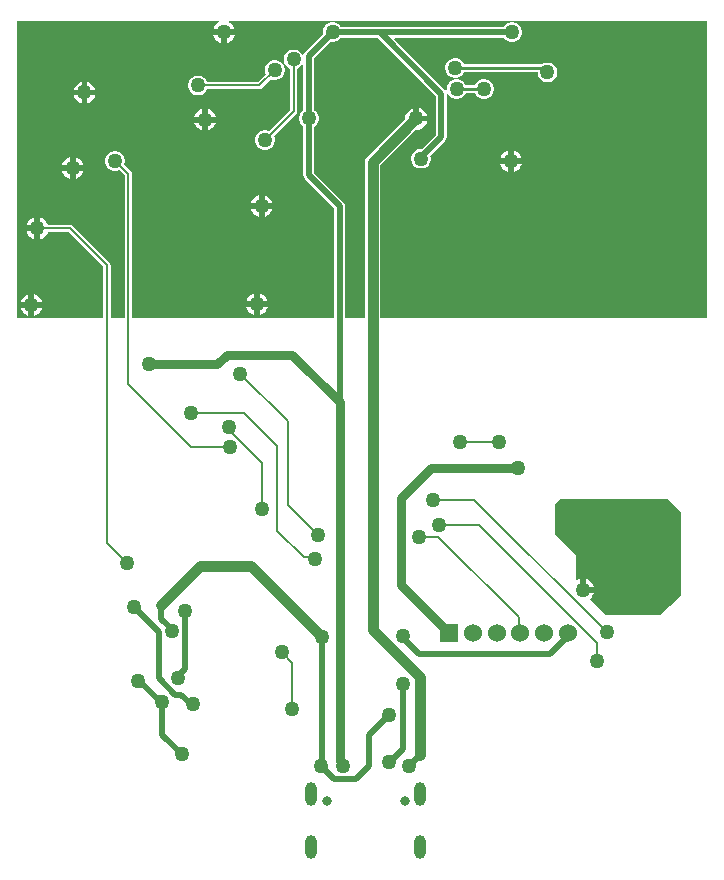
<source format=gbl>
G04*
G04 #@! TF.GenerationSoftware,Altium Limited,Altium Designer,21.8.1 (53)*
G04*
G04 Layer_Physical_Order=2*
G04 Layer_Color=16711680*
%FSAX44Y44*%
%MOMM*%
G71*
G04*
G04 #@! TF.SameCoordinates,0725768F-C869-4972-A66A-B8F163A3073F*
G04*
G04*
G04 #@! TF.FilePolarity,Positive*
G04*
G01*
G75*
%ADD10C,0.2000*%
%ADD13C,0.2540*%
%ADD60C,0.5000*%
%ADD61C,0.9000*%
%ADD62C,0.8000*%
%ADD64C,0.8000*%
%ADD65O,1.0000X2.0000*%
%ADD66R,1.5240X1.5240*%
%ADD67C,1.5240*%
%ADD68C,1.2700*%
G36*
X00591931Y00469000D02*
X00315556D01*
Y00598284D01*
X00345922Y00628650D01*
X00347231D01*
X00349609Y00629287D01*
X00351741Y00630518D01*
X00353482Y00632259D01*
X00354713Y00634391D01*
X00355010Y00635500D01*
X00346000D01*
Y00638000D01*
X00343500D01*
Y00647010D01*
X00342391Y00646713D01*
X00340259Y00645482D01*
X00338518Y00643741D01*
X00337287Y00641609D01*
X00336650Y00639231D01*
Y00637922D01*
X00304364Y00605636D01*
X00303322Y00604278D01*
X00302667Y00602697D01*
X00302444Y00601000D01*
Y00469000D01*
X00285588D01*
Y00564000D01*
X00285239Y00565756D01*
X00284244Y00567244D01*
X00259588Y00591900D01*
Y00631007D01*
X00260127Y00631318D01*
X00261682Y00632873D01*
X00262781Y00634777D01*
X00263350Y00636901D01*
Y00639099D01*
X00262781Y00641223D01*
X00261682Y00643127D01*
X00260127Y00644682D01*
X00259588Y00644993D01*
Y00689100D01*
X00273300Y00702811D01*
X00273901Y00702650D01*
X00276099D01*
X00278223Y00703219D01*
X00280127Y00704318D01*
X00281682Y00705873D01*
X00281993Y00706412D01*
X00313100D01*
X00362412Y00657100D01*
Y00624023D01*
X00350739Y00612350D01*
X00348901D01*
X00346777Y00611781D01*
X00344873Y00610682D01*
X00343318Y00609127D01*
X00342219Y00607223D01*
X00341650Y00605099D01*
Y00602901D01*
X00342219Y00600777D01*
X00343318Y00598873D01*
X00344873Y00597318D01*
X00346777Y00596219D01*
X00348901Y00595650D01*
X00351099D01*
X00353223Y00596219D01*
X00355127Y00597318D01*
X00356682Y00598873D01*
X00357781Y00600777D01*
X00358350Y00602901D01*
Y00605099D01*
X00357952Y00606586D01*
X00370244Y00618878D01*
X00371239Y00620367D01*
X00371588Y00622122D01*
Y00658330D01*
X00372858Y00658670D01*
X00373318Y00657873D01*
X00374873Y00656318D01*
X00376777Y00655219D01*
X00378901Y00654650D01*
X00381099D01*
X00383223Y00655219D01*
X00385127Y00656318D01*
X00386682Y00657873D01*
X00387717Y00659666D01*
X00395283D01*
X00396318Y00657873D01*
X00397873Y00656318D01*
X00399777Y00655219D01*
X00401901Y00654650D01*
X00404099D01*
X00406223Y00655219D01*
X00408127Y00656318D01*
X00409682Y00657873D01*
X00410781Y00659777D01*
X00411350Y00661901D01*
Y00664099D01*
X00410781Y00666223D01*
X00409682Y00668127D01*
X00408127Y00669682D01*
X00406223Y00670781D01*
X00404099Y00671350D01*
X00401901D01*
X00399777Y00670781D01*
X00397873Y00669682D01*
X00396318Y00668127D01*
X00395283Y00666334D01*
X00387717D01*
X00386682Y00668127D01*
X00385127Y00669682D01*
X00383223Y00670781D01*
X00381099Y00671350D01*
X00378901D01*
X00376777Y00670781D01*
X00374873Y00669682D01*
X00373318Y00668127D01*
X00372219Y00666223D01*
X00371650Y00664099D01*
Y00662427D01*
X00370380Y00662041D01*
X00370244Y00662244D01*
X00327250Y00705238D01*
X00327736Y00706412D01*
X00420007D01*
X00420318Y00705873D01*
X00421873Y00704318D01*
X00423777Y00703219D01*
X00425901Y00702650D01*
X00428099D01*
X00430223Y00703219D01*
X00432127Y00704318D01*
X00433682Y00705873D01*
X00434781Y00707777D01*
X00435350Y00709901D01*
Y00712099D01*
X00434781Y00714223D01*
X00433682Y00716127D01*
X00432127Y00717682D01*
X00430223Y00718781D01*
X00428099Y00719350D01*
X00425901D01*
X00423777Y00718781D01*
X00421873Y00717682D01*
X00420318Y00716127D01*
X00420007Y00715588D01*
X00281993D01*
X00281682Y00716127D01*
X00280127Y00717682D01*
X00278223Y00718781D01*
X00276099Y00719350D01*
X00273901D01*
X00271777Y00718781D01*
X00269873Y00717682D01*
X00268318Y00716127D01*
X00267219Y00714223D01*
X00266650Y00712099D01*
Y00709901D01*
X00266811Y00709300D01*
X00251756Y00694244D01*
X00250761Y00692756D01*
X00250659Y00692242D01*
X00249320Y00692021D01*
X00248682Y00693127D01*
X00247127Y00694682D01*
X00245223Y00695781D01*
X00243099Y00696350D01*
X00240901D01*
X00238777Y00695781D01*
X00236873Y00694682D01*
X00235318Y00693127D01*
X00234219Y00691223D01*
X00233650Y00689099D01*
Y00686901D01*
X00234219Y00684777D01*
X00235318Y00682873D01*
X00236873Y00681318D01*
X00238777Y00680219D01*
X00238941Y00680175D01*
Y00645267D01*
X00221341Y00627667D01*
X00221223Y00627735D01*
X00219099Y00628304D01*
X00216901D01*
X00214777Y00627735D01*
X00212873Y00626636D01*
X00211318Y00625081D01*
X00210219Y00623177D01*
X00209650Y00621054D01*
Y00618855D01*
X00210219Y00616731D01*
X00211318Y00614827D01*
X00212873Y00613273D01*
X00214777Y00612174D01*
X00216901Y00611604D01*
X00219099D01*
X00221223Y00612174D01*
X00223127Y00613273D01*
X00224682Y00614827D01*
X00225781Y00616731D01*
X00226350Y00618855D01*
Y00621054D01*
X00225781Y00623177D01*
X00225679Y00623354D01*
X00244163Y00641837D01*
X00244826Y00642829D01*
X00245059Y00644000D01*
X00245059Y00644000D01*
Y00680175D01*
X00245223Y00680219D01*
X00247127Y00681318D01*
X00248682Y00682873D01*
X00249142Y00683670D01*
X00250412Y00683330D01*
Y00644993D01*
X00249873Y00644682D01*
X00248318Y00643127D01*
X00247219Y00641223D01*
X00246650Y00639099D01*
Y00636901D01*
X00247219Y00634777D01*
X00248318Y00632873D01*
X00249873Y00631318D01*
X00250412Y00631007D01*
Y00590000D01*
X00250761Y00588244D01*
X00251756Y00586756D01*
X00276412Y00562099D01*
Y00469000D01*
X00105059D01*
Y00591000D01*
X00105059Y00591000D01*
X00104826Y00592170D01*
X00104163Y00593163D01*
X00098696Y00598630D01*
X00098781Y00598777D01*
X00099350Y00600901D01*
Y00603099D01*
X00098781Y00605223D01*
X00097682Y00607127D01*
X00096127Y00608682D01*
X00094223Y00609781D01*
X00092099Y00610350D01*
X00089901D01*
X00087777Y00609781D01*
X00085873Y00608682D01*
X00084318Y00607127D01*
X00083219Y00605223D01*
X00082650Y00603099D01*
Y00600901D01*
X00083219Y00598777D01*
X00084318Y00596873D01*
X00085873Y00595318D01*
X00087777Y00594219D01*
X00089901Y00593650D01*
X00092099D01*
X00094223Y00594219D01*
X00094370Y00594304D01*
X00098941Y00589733D01*
Y00469000D01*
X00087059D01*
Y00514000D01*
X00087059Y00514000D01*
X00086826Y00515171D01*
X00086163Y00516163D01*
X00055163Y00547163D01*
X00054170Y00547826D01*
X00053000Y00548059D01*
X00053000Y00548059D01*
X00033860D01*
X00033713Y00548609D01*
X00032482Y00550741D01*
X00030741Y00552482D01*
X00028609Y00553713D01*
X00027500Y00554010D01*
Y00545000D01*
Y00535990D01*
X00028609Y00536287D01*
X00030741Y00537518D01*
X00032482Y00539259D01*
X00033713Y00541391D01*
X00033860Y00541941D01*
X00051733D01*
X00080941Y00512733D01*
Y00469000D01*
X00008069D01*
Y00720931D01*
X00178712D01*
X00179334Y00719778D01*
X00179301Y00719661D01*
X00177259Y00718482D01*
X00175518Y00716741D01*
X00174287Y00714609D01*
X00173990Y00713500D01*
X00192010D01*
X00191713Y00714609D01*
X00190482Y00716741D01*
X00188741Y00718482D01*
X00186699Y00719661D01*
X00186666Y00719778D01*
X00187288Y00720931D01*
X00591931D01*
Y00469000D01*
D02*
G37*
G36*
X00570000Y00305000D02*
Y00234000D01*
X00552000Y00218000D01*
X00506000D01*
X00492711Y00231289D01*
X00492741Y00231518D01*
X00494482Y00233259D01*
X00495713Y00235391D01*
X00496010Y00236500D01*
X00487000D01*
Y00239000D01*
X00484500D01*
Y00248010D01*
X00483391Y00247713D01*
X00482270Y00247066D01*
X00481000Y00247799D01*
Y00268000D01*
X00463000Y00286000D01*
Y00311000D01*
X00468000Y00316000D01*
X00559000D01*
X00570000Y00305000D01*
D02*
G37*
%LPC*%
G36*
X00192010Y00708500D02*
X00185500D01*
Y00701990D01*
X00186609Y00702287D01*
X00188741Y00703518D01*
X00190482Y00705259D01*
X00191713Y00707391D01*
X00192010Y00708500D01*
D02*
G37*
G36*
X00180500D02*
X00173990D01*
X00174287Y00707391D01*
X00175518Y00705259D01*
X00177259Y00703518D01*
X00179391Y00702287D01*
X00180500Y00701990D01*
Y00708500D01*
D02*
G37*
G36*
X00227099Y00687350D02*
X00224901D01*
X00222777Y00686781D01*
X00220873Y00685682D01*
X00219318Y00684127D01*
X00218219Y00682223D01*
X00217650Y00680099D01*
Y00677901D01*
X00218219Y00675777D01*
X00218304Y00675630D01*
X00211733Y00669059D01*
X00168825D01*
X00168781Y00669223D01*
X00167682Y00671127D01*
X00166127Y00672682D01*
X00164223Y00673781D01*
X00162099Y00674350D01*
X00159901D01*
X00157777Y00673781D01*
X00155873Y00672682D01*
X00154318Y00671127D01*
X00153219Y00669223D01*
X00152650Y00667099D01*
Y00664901D01*
X00153219Y00662777D01*
X00154318Y00660873D01*
X00155873Y00659318D01*
X00157777Y00658219D01*
X00159901Y00657650D01*
X00162099D01*
X00164223Y00658219D01*
X00166127Y00659318D01*
X00167682Y00660873D01*
X00168781Y00662777D01*
X00168825Y00662941D01*
X00213000D01*
X00213000Y00662941D01*
X00214170Y00663174D01*
X00215163Y00663837D01*
X00222630Y00671304D01*
X00222777Y00671219D01*
X00224901Y00670650D01*
X00227099D01*
X00229223Y00671219D01*
X00231127Y00672318D01*
X00232682Y00673873D01*
X00233781Y00675777D01*
X00234350Y00677901D01*
Y00680099D01*
X00233781Y00682223D01*
X00232682Y00684127D01*
X00231127Y00685682D01*
X00229223Y00686781D01*
X00227099Y00687350D01*
D02*
G37*
G36*
X00380099Y00689350D02*
X00377901D01*
X00375777Y00688781D01*
X00373873Y00687682D01*
X00372318Y00686127D01*
X00371219Y00684223D01*
X00370650Y00682099D01*
Y00679901D01*
X00371219Y00677777D01*
X00372318Y00675873D01*
X00373873Y00674318D01*
X00375777Y00673219D01*
X00377901Y00672650D01*
X00380099D01*
X00382223Y00673219D01*
X00384127Y00674318D01*
X00385682Y00675873D01*
X00386717Y00677666D01*
X00448650D01*
Y00675901D01*
X00449219Y00673777D01*
X00450318Y00671873D01*
X00451873Y00670318D01*
X00453777Y00669219D01*
X00455901Y00668650D01*
X00458099D01*
X00460223Y00669219D01*
X00462127Y00670318D01*
X00463682Y00671873D01*
X00464781Y00673777D01*
X00465350Y00675901D01*
Y00678099D01*
X00464781Y00680223D01*
X00463682Y00682127D01*
X00462127Y00683682D01*
X00460223Y00684781D01*
X00458099Y00685350D01*
X00455901D01*
X00453777Y00684781D01*
X00452007Y00683759D01*
X00451527Y00684080D01*
X00450251Y00684334D01*
X00386717D01*
X00385682Y00686127D01*
X00384127Y00687682D01*
X00382223Y00688781D01*
X00380099Y00689350D01*
D02*
G37*
G36*
X00067500Y00669010D02*
Y00662500D01*
X00074010D01*
X00073713Y00663609D01*
X00072482Y00665741D01*
X00070741Y00667482D01*
X00068609Y00668713D01*
X00067500Y00669010D01*
D02*
G37*
G36*
X00062500D02*
X00061391Y00668713D01*
X00059259Y00667482D01*
X00057518Y00665741D01*
X00056287Y00663609D01*
X00055990Y00662500D01*
X00062500D01*
Y00669010D01*
D02*
G37*
G36*
X00074010Y00657500D02*
X00067500D01*
Y00650990D01*
X00068609Y00651287D01*
X00070741Y00652518D01*
X00072482Y00654259D01*
X00073713Y00656391D01*
X00074010Y00657500D01*
D02*
G37*
G36*
X00062500D02*
X00055990D01*
X00056287Y00656391D01*
X00057518Y00654259D01*
X00059259Y00652518D01*
X00061391Y00651287D01*
X00062500Y00650990D01*
Y00657500D01*
D02*
G37*
G36*
X00348500Y00647010D02*
Y00640500D01*
X00355010D01*
X00354713Y00641609D01*
X00353482Y00643741D01*
X00351741Y00645482D01*
X00349609Y00646713D01*
X00348500Y00647010D01*
D02*
G37*
G36*
X00169500Y00646010D02*
Y00639500D01*
X00176010D01*
X00175713Y00640609D01*
X00174482Y00642741D01*
X00172741Y00644482D01*
X00170609Y00645713D01*
X00169500Y00646010D01*
D02*
G37*
G36*
X00164500D02*
X00163391Y00645713D01*
X00161259Y00644482D01*
X00159518Y00642741D01*
X00158287Y00640609D01*
X00157990Y00639500D01*
X00164500D01*
Y00646010D01*
D02*
G37*
G36*
X00176010Y00634500D02*
X00169500D01*
Y00627990D01*
X00170609Y00628287D01*
X00172741Y00629518D01*
X00174482Y00631259D01*
X00175713Y00633391D01*
X00176010Y00634500D01*
D02*
G37*
G36*
X00164500D02*
X00157990D01*
X00158287Y00633391D01*
X00159518Y00631259D01*
X00161259Y00629518D01*
X00163391Y00628287D01*
X00164500Y00627990D01*
Y00634500D01*
D02*
G37*
G36*
X00428500Y00611010D02*
Y00604500D01*
X00435010D01*
X00434713Y00605609D01*
X00433482Y00607741D01*
X00431741Y00609482D01*
X00429609Y00610713D01*
X00428500Y00611010D01*
D02*
G37*
G36*
X00423500D02*
X00422391Y00610713D01*
X00420259Y00609482D01*
X00418518Y00607741D01*
X00417287Y00605609D01*
X00416990Y00604500D01*
X00423500D01*
Y00611010D01*
D02*
G37*
G36*
X00057500Y00605010D02*
Y00598500D01*
X00064010D01*
X00063713Y00599609D01*
X00062482Y00601741D01*
X00060741Y00603482D01*
X00058609Y00604713D01*
X00057500Y00605010D01*
D02*
G37*
G36*
X00052500D02*
X00051391Y00604713D01*
X00049259Y00603482D01*
X00047518Y00601741D01*
X00046287Y00599609D01*
X00045990Y00598500D01*
X00052500D01*
Y00605010D01*
D02*
G37*
G36*
X00435010Y00599500D02*
X00428500D01*
Y00592990D01*
X00429609Y00593287D01*
X00431741Y00594518D01*
X00433482Y00596259D01*
X00434713Y00598391D01*
X00435010Y00599500D01*
D02*
G37*
G36*
X00423500D02*
X00416990D01*
X00417287Y00598391D01*
X00418518Y00596259D01*
X00420259Y00594518D01*
X00422391Y00593287D01*
X00423500Y00592990D01*
Y00599500D01*
D02*
G37*
G36*
X00064010Y00593500D02*
X00057500D01*
Y00586990D01*
X00058609Y00587287D01*
X00060741Y00588518D01*
X00062482Y00590259D01*
X00063713Y00592391D01*
X00064010Y00593500D01*
D02*
G37*
G36*
X00052500D02*
X00045990D01*
X00046287Y00592391D01*
X00047518Y00590259D01*
X00049259Y00588518D01*
X00051391Y00587287D01*
X00052500Y00586990D01*
Y00593500D01*
D02*
G37*
G36*
X00217500Y00573010D02*
Y00566500D01*
X00224010D01*
X00223713Y00567609D01*
X00222482Y00569741D01*
X00220741Y00571482D01*
X00218609Y00572713D01*
X00217500Y00573010D01*
D02*
G37*
G36*
X00212500D02*
X00211391Y00572713D01*
X00209259Y00571482D01*
X00207518Y00569741D01*
X00206287Y00567609D01*
X00205990Y00566500D01*
X00212500D01*
Y00573010D01*
D02*
G37*
G36*
X00224010Y00561500D02*
X00217500D01*
Y00554990D01*
X00218609Y00555287D01*
X00220741Y00556518D01*
X00222482Y00558259D01*
X00223713Y00560391D01*
X00224010Y00561500D01*
D02*
G37*
G36*
X00212500D02*
X00205990D01*
X00206287Y00560391D01*
X00207518Y00558259D01*
X00209259Y00556518D01*
X00211391Y00555287D01*
X00212500Y00554990D01*
Y00561500D01*
D02*
G37*
G36*
X00022500Y00554010D02*
X00021391Y00553713D01*
X00019259Y00552482D01*
X00017518Y00550741D01*
X00016287Y00548609D01*
X00015990Y00547500D01*
X00022500D01*
Y00554010D01*
D02*
G37*
G36*
Y00542500D02*
X00015990D01*
X00016287Y00541391D01*
X00017518Y00539259D01*
X00019259Y00537518D01*
X00021391Y00536287D01*
X00022500Y00535990D01*
Y00542500D01*
D02*
G37*
G36*
X00213500Y00490010D02*
Y00483500D01*
X00220010D01*
X00219713Y00484609D01*
X00218482Y00486741D01*
X00216741Y00488482D01*
X00214609Y00489713D01*
X00213500Y00490010D01*
D02*
G37*
G36*
X00208500D02*
X00207391Y00489713D01*
X00205259Y00488482D01*
X00203518Y00486741D01*
X00202287Y00484609D01*
X00201990Y00483500D01*
X00208500D01*
Y00490010D01*
D02*
G37*
G36*
X00022500Y00489010D02*
Y00482500D01*
X00029010D01*
X00028713Y00483609D01*
X00027482Y00485741D01*
X00025741Y00487482D01*
X00023609Y00488713D01*
X00022500Y00489010D01*
D02*
G37*
G36*
X00017500D02*
X00016391Y00488713D01*
X00014259Y00487482D01*
X00012518Y00485741D01*
X00011287Y00483609D01*
X00010990Y00482500D01*
X00017500D01*
Y00489010D01*
D02*
G37*
G36*
X00220010Y00478500D02*
X00213500D01*
Y00471990D01*
X00214609Y00472287D01*
X00216741Y00473518D01*
X00218482Y00475259D01*
X00219713Y00477391D01*
X00220010Y00478500D01*
D02*
G37*
G36*
X00208500D02*
X00201990D01*
X00202287Y00477391D01*
X00203518Y00475259D01*
X00205259Y00473518D01*
X00207391Y00472287D01*
X00208500Y00471990D01*
Y00478500D01*
D02*
G37*
G36*
X00029010Y00477500D02*
X00022500D01*
Y00470990D01*
X00023609Y00471287D01*
X00025741Y00472518D01*
X00027482Y00474259D01*
X00028713Y00476391D01*
X00029010Y00477500D01*
D02*
G37*
G36*
X00017500D02*
X00010990D01*
X00011287Y00476391D01*
X00012518Y00474259D01*
X00014259Y00472518D01*
X00016391Y00471287D01*
X00017500Y00470990D01*
Y00477500D01*
D02*
G37*
G36*
X00489500Y00248010D02*
Y00241500D01*
X00496010D01*
X00495713Y00242609D01*
X00494482Y00244741D01*
X00492741Y00246482D01*
X00490609Y00247713D01*
X00489500Y00248010D01*
D02*
G37*
%LPD*%
D10*
X00499000Y00179000D02*
Y00194000D01*
X00399000Y00294000D02*
X00499000Y00194000D01*
X00187000Y00374223D02*
X00215000Y00346223D01*
X00187000Y00374223D02*
Y00377000D01*
X00155000Y00360000D02*
X00188000D01*
X00200000Y00389000D02*
X00228000Y00361000D01*
X00155000Y00389000D02*
X00200000D01*
X00215000Y00307000D02*
Y00346223D01*
X00084000Y00278825D02*
Y00514000D01*
Y00278825D02*
X00100824Y00262000D01*
X00101000D01*
X00258650Y00266350D02*
X00260000Y00265000D01*
X00237000Y00311000D02*
Y00382000D01*
Y00311000D02*
X00263000Y00285000D01*
X00250650Y00266350D02*
X00258650D01*
X00228000Y00289000D02*
X00250650Y00266350D01*
X00228000Y00289000D02*
Y00361000D01*
X00241000Y00138000D02*
Y00177000D01*
X00395000Y00315000D02*
X00507000Y00203000D01*
X00360000Y00315000D02*
X00395000D01*
X00232000Y00186000D02*
X00241000Y00177000D01*
X00383000Y00364000D02*
X00416000D01*
X00365000Y00294000D02*
X00399000D01*
X00432485Y00203515D02*
Y00215515D01*
X00364000Y00284000D02*
X00432485Y00215515D01*
X00348000Y00284000D02*
X00364000D01*
X00432485Y00203515D02*
X00434000Y00202000D01*
X00218000Y00620000D02*
X00242000Y00644000D01*
X00218000Y00619954D02*
Y00620000D01*
X00053000Y00545000D02*
X00084000Y00514000D01*
X00025000Y00545000D02*
X00053000D01*
X00102000Y00413000D02*
Y00591000D01*
X00091000Y00602000D02*
X00102000Y00591000D01*
Y00413000D02*
X00155000Y00360000D01*
X00242000Y00644000D02*
Y00688000D01*
X00161000Y00666000D02*
X00213000D01*
X00226000Y00679000D01*
X00197000Y00422000D02*
X00237000Y00382000D01*
D13*
X00380000Y00663000D02*
X00403000D01*
X00450251Y00681000D02*
X00454251Y00677000D01*
X00379000Y00681000D02*
X00450251D01*
X00454251Y00677000D02*
X00457000D01*
D60*
X00266000Y00091000D02*
Y00199000D01*
X00265000Y00090000D02*
X00266000Y00091000D01*
X00265000Y00090000D02*
X00275850Y00079150D01*
X00335000Y00104122D02*
Y00159000D01*
X00322000Y00092000D02*
X00323000Y00093000D01*
X00315000Y00711000D02*
X00367000Y00659000D01*
X00275000Y00711000D02*
X00315000D01*
X00255000Y00691000D02*
X00275000Y00711000D01*
X00255000Y00638000D02*
Y00691000D01*
Y00590000D02*
Y00638000D01*
Y00590000D02*
X00281000Y00564000D01*
Y00398000D02*
Y00564000D01*
X00335000Y00197916D02*
X00347916Y00185000D01*
X00459495D01*
X00335000Y00197916D02*
Y00200000D01*
X00131000Y00116000D02*
X00147200Y00099800D01*
X00110000Y00162000D02*
X00111373D01*
X00129627Y00143745D02*
X00131000D01*
X00111373Y00162000D02*
X00129627Y00143745D01*
X00131000Y00116000D02*
Y00142000D01*
X00367000Y00622122D02*
Y00659000D01*
X00350000Y00605122D02*
X00367000Y00622122D01*
X00130000Y00214587D02*
Y00226000D01*
X00128000Y00164000D02*
Y00203000D01*
X00107000Y00224000D02*
X00128000Y00203000D01*
X00130000Y00214587D02*
X00139000Y00205587D01*
Y00204000D02*
Y00205587D01*
X00350000Y00604000D02*
Y00605122D01*
X00459495Y00185000D02*
X00474000Y00199505D01*
Y00202000D01*
X00323878Y00093000D02*
X00335000Y00104122D01*
X00340000Y00090000D02*
X00349000Y00099000D01*
X00323000Y00093000D02*
X00323878D01*
X00141939Y00150061D02*
X00146855D01*
X00154916Y00142000D01*
X00128000Y00164000D02*
X00141939Y00150061D01*
X00154916Y00142000D02*
X00157000D01*
X00306000Y00089929D02*
Y00116000D01*
X00295221Y00079150D02*
X00306000Y00089929D01*
Y00116000D02*
X00323000Y00133000D01*
X00275850Y00079150D02*
X00295221D01*
X00150000Y00172084D02*
Y00221000D01*
X00144000Y00166084D02*
X00150000Y00172084D01*
X00144000Y00164000D02*
Y00166084D01*
X00315000Y00711000D02*
X00427000D01*
D61*
X00349000Y00099000D02*
Y00165000D01*
X00309000Y00205000D02*
Y00601000D01*
Y00205000D02*
X00349000Y00165000D01*
X00163000Y00259000D02*
X00206000D01*
X00266000Y00199000D01*
X00130000Y00226000D02*
X00163000Y00259000D01*
X00309000Y00601000D02*
X00346000Y00638000D01*
D62*
X00281000Y00094272D02*
Y00398000D01*
Y00094272D02*
X00284000Y00091272D01*
Y00090000D02*
Y00091272D01*
X00333000Y00317000D02*
X00358000Y00342000D01*
X00333000Y00243000D02*
Y00317000D01*
Y00243000D02*
X00374000Y00202000D01*
X00358000Y00342000D02*
X00432000D01*
X00120000Y00430000D02*
X00177542D01*
X00185542Y00438000D02*
X00241000D01*
X00177542Y00430000D02*
X00185542Y00438000D01*
X00241000D02*
X00281000Y00398000D01*
D64*
X00336000Y00060400D02*
D03*
X00270000D02*
D03*
D65*
X00349100Y00066000D02*
D03*
X00256900D02*
D03*
X00349100Y00021000D02*
D03*
X00256900D02*
D03*
D66*
X00374000Y00202000D02*
D03*
D67*
X00394000D02*
D03*
X00414000D02*
D03*
X00434000D02*
D03*
X00454000D02*
D03*
X00474000D02*
D03*
D68*
X00499000Y00179000D02*
D03*
X00187000Y00377000D02*
D03*
X00188000Y00360000D02*
D03*
X00215000Y00307000D02*
D03*
X00101000Y00262000D02*
D03*
X00335000Y00159000D02*
D03*
X00260000Y00265000D02*
D03*
X00335000Y00200000D02*
D03*
X00263000Y00285000D02*
D03*
X00147200Y00099800D02*
D03*
X00241000Y00138000D02*
D03*
X00131000Y00143745D02*
D03*
X00507000Y00203000D02*
D03*
X00487000Y00239000D02*
D03*
X00110000Y00162000D02*
D03*
X00350000Y00604000D02*
D03*
X00383000Y00364000D02*
D03*
X00416000D02*
D03*
X00360000Y00315000D02*
D03*
X00432000Y00342000D02*
D03*
X00266000Y00199000D02*
D03*
X00365000Y00294000D02*
D03*
X00348000Y00284000D02*
D03*
X00232000Y00186000D02*
D03*
X00323000Y00093000D02*
D03*
X00218000Y00619954D02*
D03*
X00065000Y00660000D02*
D03*
X00025000Y00545000D02*
D03*
X00157000Y00142000D02*
D03*
X00139000Y00204000D02*
D03*
X00167000Y00637000D02*
D03*
X00091000Y00602000D02*
D03*
X00055000Y00596000D02*
D03*
X00215000Y00564000D02*
D03*
X00403000Y00663000D02*
D03*
X00379000Y00681000D02*
D03*
X00380000Y00663000D02*
D03*
X00275000Y00711000D02*
D03*
X00120000Y00430000D02*
D03*
X00457000Y00677000D02*
D03*
X00426000Y00602000D02*
D03*
X00427000Y00711000D02*
D03*
X00211000Y00481000D02*
D03*
X00020000Y00480000D02*
D03*
X00242000Y00688000D02*
D03*
X00226000Y00679000D02*
D03*
X00161000Y00666000D02*
D03*
X00183000Y00711000D02*
D03*
X00340000Y00090000D02*
D03*
X00284000D02*
D03*
X00155000Y00389000D02*
D03*
X00197000Y00422000D02*
D03*
X00255000Y00638000D02*
D03*
X00346000D02*
D03*
X00107000Y00224000D02*
D03*
X00144000Y00164000D02*
D03*
X00150000Y00221000D02*
D03*
X00323000Y00133000D02*
D03*
X00265000Y00090000D02*
D03*
M02*

</source>
